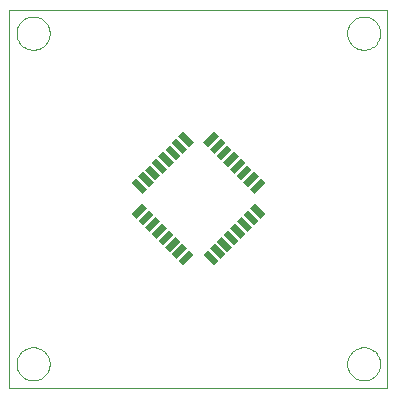
<source format=gtp>
G75*
G70*
%OFA0B0*%
%FSLAX24Y24*%
%IPPOS*%
%LPD*%
%AMOC8*
5,1,8,0,0,1.08239X$1,22.5*
%
%ADD10C,0.0000*%
%ADD11R,0.0500X0.0220*%
%ADD12R,0.0220X0.0500*%
D10*
X000156Y000156D02*
X012755Y000156D01*
X012755Y012755D01*
X000156Y012755D01*
X000156Y000156D01*
X000393Y000944D02*
X000395Y000991D01*
X000401Y001037D01*
X000411Y001083D01*
X000424Y001128D01*
X000442Y001171D01*
X000463Y001213D01*
X000487Y001253D01*
X000515Y001290D01*
X000546Y001325D01*
X000580Y001358D01*
X000616Y001387D01*
X000655Y001413D01*
X000696Y001436D01*
X000739Y001455D01*
X000783Y001471D01*
X000828Y001483D01*
X000874Y001491D01*
X000921Y001495D01*
X000967Y001495D01*
X001014Y001491D01*
X001060Y001483D01*
X001105Y001471D01*
X001149Y001455D01*
X001192Y001436D01*
X001233Y001413D01*
X001272Y001387D01*
X001308Y001358D01*
X001342Y001325D01*
X001373Y001290D01*
X001401Y001253D01*
X001425Y001213D01*
X001446Y001171D01*
X001464Y001128D01*
X001477Y001083D01*
X001487Y001037D01*
X001493Y000991D01*
X001495Y000944D01*
X001493Y000897D01*
X001487Y000851D01*
X001477Y000805D01*
X001464Y000760D01*
X001446Y000717D01*
X001425Y000675D01*
X001401Y000635D01*
X001373Y000598D01*
X001342Y000563D01*
X001308Y000530D01*
X001272Y000501D01*
X001233Y000475D01*
X001192Y000452D01*
X001149Y000433D01*
X001105Y000417D01*
X001060Y000405D01*
X001014Y000397D01*
X000967Y000393D01*
X000921Y000393D01*
X000874Y000397D01*
X000828Y000405D01*
X000783Y000417D01*
X000739Y000433D01*
X000696Y000452D01*
X000655Y000475D01*
X000616Y000501D01*
X000580Y000530D01*
X000546Y000563D01*
X000515Y000598D01*
X000487Y000635D01*
X000463Y000675D01*
X000442Y000717D01*
X000424Y000760D01*
X000411Y000805D01*
X000401Y000851D01*
X000395Y000897D01*
X000393Y000944D01*
X000393Y011967D02*
X000395Y012014D01*
X000401Y012060D01*
X000411Y012106D01*
X000424Y012151D01*
X000442Y012194D01*
X000463Y012236D01*
X000487Y012276D01*
X000515Y012313D01*
X000546Y012348D01*
X000580Y012381D01*
X000616Y012410D01*
X000655Y012436D01*
X000696Y012459D01*
X000739Y012478D01*
X000783Y012494D01*
X000828Y012506D01*
X000874Y012514D01*
X000921Y012518D01*
X000967Y012518D01*
X001014Y012514D01*
X001060Y012506D01*
X001105Y012494D01*
X001149Y012478D01*
X001192Y012459D01*
X001233Y012436D01*
X001272Y012410D01*
X001308Y012381D01*
X001342Y012348D01*
X001373Y012313D01*
X001401Y012276D01*
X001425Y012236D01*
X001446Y012194D01*
X001464Y012151D01*
X001477Y012106D01*
X001487Y012060D01*
X001493Y012014D01*
X001495Y011967D01*
X001493Y011920D01*
X001487Y011874D01*
X001477Y011828D01*
X001464Y011783D01*
X001446Y011740D01*
X001425Y011698D01*
X001401Y011658D01*
X001373Y011621D01*
X001342Y011586D01*
X001308Y011553D01*
X001272Y011524D01*
X001233Y011498D01*
X001192Y011475D01*
X001149Y011456D01*
X001105Y011440D01*
X001060Y011428D01*
X001014Y011420D01*
X000967Y011416D01*
X000921Y011416D01*
X000874Y011420D01*
X000828Y011428D01*
X000783Y011440D01*
X000739Y011456D01*
X000696Y011475D01*
X000655Y011498D01*
X000616Y011524D01*
X000580Y011553D01*
X000546Y011586D01*
X000515Y011621D01*
X000487Y011658D01*
X000463Y011698D01*
X000442Y011740D01*
X000424Y011783D01*
X000411Y011828D01*
X000401Y011874D01*
X000395Y011920D01*
X000393Y011967D01*
X011416Y011967D02*
X011418Y012014D01*
X011424Y012060D01*
X011434Y012106D01*
X011447Y012151D01*
X011465Y012194D01*
X011486Y012236D01*
X011510Y012276D01*
X011538Y012313D01*
X011569Y012348D01*
X011603Y012381D01*
X011639Y012410D01*
X011678Y012436D01*
X011719Y012459D01*
X011762Y012478D01*
X011806Y012494D01*
X011851Y012506D01*
X011897Y012514D01*
X011944Y012518D01*
X011990Y012518D01*
X012037Y012514D01*
X012083Y012506D01*
X012128Y012494D01*
X012172Y012478D01*
X012215Y012459D01*
X012256Y012436D01*
X012295Y012410D01*
X012331Y012381D01*
X012365Y012348D01*
X012396Y012313D01*
X012424Y012276D01*
X012448Y012236D01*
X012469Y012194D01*
X012487Y012151D01*
X012500Y012106D01*
X012510Y012060D01*
X012516Y012014D01*
X012518Y011967D01*
X012516Y011920D01*
X012510Y011874D01*
X012500Y011828D01*
X012487Y011783D01*
X012469Y011740D01*
X012448Y011698D01*
X012424Y011658D01*
X012396Y011621D01*
X012365Y011586D01*
X012331Y011553D01*
X012295Y011524D01*
X012256Y011498D01*
X012215Y011475D01*
X012172Y011456D01*
X012128Y011440D01*
X012083Y011428D01*
X012037Y011420D01*
X011990Y011416D01*
X011944Y011416D01*
X011897Y011420D01*
X011851Y011428D01*
X011806Y011440D01*
X011762Y011456D01*
X011719Y011475D01*
X011678Y011498D01*
X011639Y011524D01*
X011603Y011553D01*
X011569Y011586D01*
X011538Y011621D01*
X011510Y011658D01*
X011486Y011698D01*
X011465Y011740D01*
X011447Y011783D01*
X011434Y011828D01*
X011424Y011874D01*
X011418Y011920D01*
X011416Y011967D01*
X011416Y000944D02*
X011418Y000991D01*
X011424Y001037D01*
X011434Y001083D01*
X011447Y001128D01*
X011465Y001171D01*
X011486Y001213D01*
X011510Y001253D01*
X011538Y001290D01*
X011569Y001325D01*
X011603Y001358D01*
X011639Y001387D01*
X011678Y001413D01*
X011719Y001436D01*
X011762Y001455D01*
X011806Y001471D01*
X011851Y001483D01*
X011897Y001491D01*
X011944Y001495D01*
X011990Y001495D01*
X012037Y001491D01*
X012083Y001483D01*
X012128Y001471D01*
X012172Y001455D01*
X012215Y001436D01*
X012256Y001413D01*
X012295Y001387D01*
X012331Y001358D01*
X012365Y001325D01*
X012396Y001290D01*
X012424Y001253D01*
X012448Y001213D01*
X012469Y001171D01*
X012487Y001128D01*
X012500Y001083D01*
X012510Y001037D01*
X012516Y000991D01*
X012518Y000944D01*
X012516Y000897D01*
X012510Y000851D01*
X012500Y000805D01*
X012487Y000760D01*
X012469Y000717D01*
X012448Y000675D01*
X012424Y000635D01*
X012396Y000598D01*
X012365Y000563D01*
X012331Y000530D01*
X012295Y000501D01*
X012256Y000475D01*
X012215Y000452D01*
X012172Y000433D01*
X012128Y000417D01*
X012083Y000405D01*
X012037Y000397D01*
X011990Y000393D01*
X011944Y000393D01*
X011897Y000397D01*
X011851Y000405D01*
X011806Y000417D01*
X011762Y000433D01*
X011719Y000452D01*
X011678Y000475D01*
X011639Y000501D01*
X011603Y000530D01*
X011569Y000563D01*
X011538Y000598D01*
X011510Y000635D01*
X011486Y000675D01*
X011465Y000717D01*
X011447Y000760D01*
X011434Y000805D01*
X011424Y000851D01*
X011418Y000897D01*
X011416Y000944D01*
D11*
G36*
X007414Y004672D02*
X007062Y005024D01*
X007218Y005180D01*
X007570Y004828D01*
X007414Y004672D01*
G37*
G36*
X007192Y004450D02*
X006840Y004802D01*
X006996Y004958D01*
X007348Y004606D01*
X007192Y004450D01*
G37*
G36*
X006969Y004227D02*
X006617Y004579D01*
X006773Y004735D01*
X007125Y004383D01*
X006969Y004227D01*
G37*
G36*
X007637Y004895D02*
X007285Y005247D01*
X007441Y005403D01*
X007793Y005051D01*
X007637Y004895D01*
G37*
G36*
X007860Y005118D02*
X007508Y005470D01*
X007664Y005626D01*
X008016Y005274D01*
X007860Y005118D01*
G37*
G36*
X008083Y005341D02*
X007731Y005693D01*
X007887Y005849D01*
X008239Y005497D01*
X008083Y005341D01*
G37*
G36*
X008305Y005563D02*
X007953Y005915D01*
X008109Y006071D01*
X008461Y005719D01*
X008305Y005563D01*
G37*
G36*
X008528Y005786D02*
X008176Y006138D01*
X008332Y006294D01*
X008684Y005942D01*
X008528Y005786D01*
G37*
G36*
X006138Y008176D02*
X005786Y008528D01*
X005942Y008684D01*
X006294Y008332D01*
X006138Y008176D01*
G37*
G36*
X005915Y007953D02*
X005563Y008305D01*
X005719Y008461D01*
X006071Y008109D01*
X005915Y007953D01*
G37*
G36*
X005693Y007731D02*
X005341Y008083D01*
X005497Y008239D01*
X005849Y007887D01*
X005693Y007731D01*
G37*
G36*
X005470Y007508D02*
X005118Y007860D01*
X005274Y008016D01*
X005626Y007664D01*
X005470Y007508D01*
G37*
G36*
X005247Y007285D02*
X004895Y007637D01*
X005051Y007793D01*
X005403Y007441D01*
X005247Y007285D01*
G37*
G36*
X005024Y007062D02*
X004672Y007414D01*
X004828Y007570D01*
X005180Y007218D01*
X005024Y007062D01*
G37*
G36*
X004802Y006840D02*
X004450Y007192D01*
X004606Y007348D01*
X004958Y006996D01*
X004802Y006840D01*
G37*
G36*
X004579Y006617D02*
X004227Y006969D01*
X004383Y007125D01*
X004735Y006773D01*
X004579Y006617D01*
G37*
D12*
G36*
X004383Y005786D02*
X004227Y005942D01*
X004579Y006294D01*
X004735Y006138D01*
X004383Y005786D01*
G37*
G36*
X004606Y005563D02*
X004450Y005719D01*
X004802Y006071D01*
X004958Y005915D01*
X004606Y005563D01*
G37*
G36*
X004828Y005341D02*
X004672Y005497D01*
X005024Y005849D01*
X005180Y005693D01*
X004828Y005341D01*
G37*
G36*
X005051Y005118D02*
X004895Y005274D01*
X005247Y005626D01*
X005403Y005470D01*
X005051Y005118D01*
G37*
G36*
X005274Y004895D02*
X005118Y005051D01*
X005470Y005403D01*
X005626Y005247D01*
X005274Y004895D01*
G37*
G36*
X005497Y004672D02*
X005341Y004828D01*
X005693Y005180D01*
X005849Y005024D01*
X005497Y004672D01*
G37*
G36*
X005719Y004450D02*
X005563Y004606D01*
X005915Y004958D01*
X006071Y004802D01*
X005719Y004450D01*
G37*
G36*
X005942Y004227D02*
X005786Y004383D01*
X006138Y004735D01*
X006294Y004579D01*
X005942Y004227D01*
G37*
G36*
X008332Y006617D02*
X008176Y006773D01*
X008528Y007125D01*
X008684Y006969D01*
X008332Y006617D01*
G37*
G36*
X008109Y006840D02*
X007953Y006996D01*
X008305Y007348D01*
X008461Y007192D01*
X008109Y006840D01*
G37*
G36*
X007887Y007062D02*
X007731Y007218D01*
X008083Y007570D01*
X008239Y007414D01*
X007887Y007062D01*
G37*
G36*
X007664Y007285D02*
X007508Y007441D01*
X007860Y007793D01*
X008016Y007637D01*
X007664Y007285D01*
G37*
G36*
X007441Y007508D02*
X007285Y007664D01*
X007637Y008016D01*
X007793Y007860D01*
X007441Y007508D01*
G37*
G36*
X007218Y007731D02*
X007062Y007887D01*
X007414Y008239D01*
X007570Y008083D01*
X007218Y007731D01*
G37*
G36*
X006996Y007953D02*
X006840Y008109D01*
X007192Y008461D01*
X007348Y008305D01*
X006996Y007953D01*
G37*
G36*
X006773Y008176D02*
X006617Y008332D01*
X006969Y008684D01*
X007125Y008528D01*
X006773Y008176D01*
G37*
M02*

</source>
